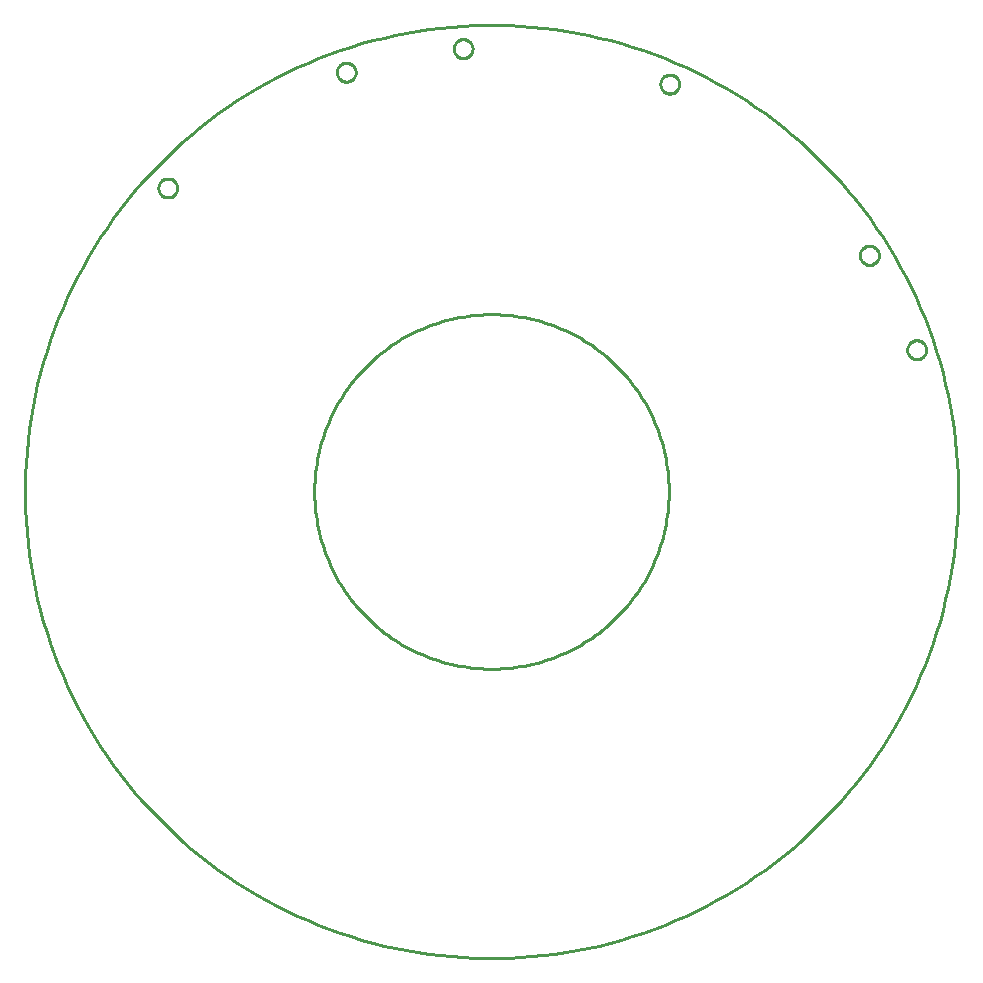
<source format=gbr>
G04 EAGLE Gerber X2 export*
%TF.Part,Single*%
%TF.FileFunction,Profile,NP*%
%TF.FilePolarity,Positive*%
%TF.GenerationSoftware,Autodesk,EAGLE,8.6.0*%
%TF.CreationDate,2018-04-19T18:27:55Z*%
G75*
%MOMM*%
%FSLAX34Y34*%
%LPD*%
%AMOC8*
5,1,8,0,0,1.08239X$1,22.5*%
G01*
%ADD10C,0.254000*%


D10*
X395000Y-4848D02*
X394762Y-14540D01*
X394286Y-24224D01*
X393573Y-33893D01*
X392623Y-43541D01*
X391436Y-53163D01*
X390013Y-62754D01*
X388356Y-72306D01*
X386464Y-81815D01*
X384340Y-91275D01*
X381984Y-100680D01*
X379399Y-110024D01*
X376584Y-119301D01*
X373543Y-128507D01*
X370277Y-137636D01*
X366788Y-146681D01*
X363077Y-155639D01*
X359148Y-164502D01*
X355003Y-173266D01*
X350644Y-181927D01*
X346074Y-190477D01*
X341295Y-198913D01*
X336311Y-207229D01*
X331124Y-215420D01*
X325737Y-223481D01*
X320155Y-231408D01*
X314379Y-239195D01*
X308414Y-246838D01*
X302264Y-254333D01*
X295931Y-261674D01*
X289420Y-268858D01*
X282735Y-275879D01*
X275879Y-282735D01*
X268858Y-289420D01*
X261674Y-295931D01*
X254333Y-302264D01*
X246838Y-308414D01*
X239195Y-314379D01*
X231408Y-320155D01*
X223481Y-325737D01*
X215420Y-331124D01*
X207229Y-336311D01*
X198913Y-341295D01*
X190477Y-346074D01*
X181927Y-350644D01*
X173266Y-355003D01*
X164502Y-359148D01*
X155639Y-363077D01*
X146681Y-366788D01*
X137636Y-370277D01*
X128507Y-373543D01*
X119301Y-376584D01*
X110024Y-379399D01*
X100680Y-381984D01*
X91275Y-384340D01*
X81815Y-386464D01*
X72306Y-388356D01*
X62754Y-390013D01*
X53163Y-391436D01*
X43541Y-392623D01*
X33893Y-393573D01*
X24224Y-394286D01*
X14540Y-394762D01*
X4848Y-395000D01*
X-4848Y-395000D01*
X-14540Y-394762D01*
X-24224Y-394286D01*
X-33893Y-393573D01*
X-43541Y-392623D01*
X-53163Y-391436D01*
X-62754Y-390013D01*
X-72306Y-388356D01*
X-81815Y-386464D01*
X-91275Y-384340D01*
X-100680Y-381984D01*
X-110024Y-379399D01*
X-119301Y-376584D01*
X-128507Y-373543D01*
X-137636Y-370277D01*
X-146681Y-366788D01*
X-155639Y-363077D01*
X-164502Y-359148D01*
X-173266Y-355003D01*
X-181927Y-350644D01*
X-190477Y-346074D01*
X-198913Y-341295D01*
X-207229Y-336311D01*
X-215420Y-331124D01*
X-223481Y-325737D01*
X-231408Y-320155D01*
X-239195Y-314379D01*
X-246838Y-308414D01*
X-254333Y-302264D01*
X-261674Y-295931D01*
X-268858Y-289420D01*
X-275879Y-282735D01*
X-282735Y-275879D01*
X-289420Y-268858D01*
X-295931Y-261674D01*
X-302264Y-254333D01*
X-308414Y-246838D01*
X-314379Y-239195D01*
X-320155Y-231408D01*
X-325737Y-223481D01*
X-331124Y-215420D01*
X-336311Y-207229D01*
X-341295Y-198913D01*
X-346074Y-190477D01*
X-350644Y-181927D01*
X-355003Y-173266D01*
X-359148Y-164502D01*
X-363077Y-155639D01*
X-366788Y-146681D01*
X-370277Y-137636D01*
X-373543Y-128507D01*
X-376584Y-119301D01*
X-379399Y-110024D01*
X-381984Y-100680D01*
X-384340Y-91275D01*
X-386464Y-81815D01*
X-388356Y-72306D01*
X-390013Y-62754D01*
X-391436Y-53163D01*
X-392623Y-43541D01*
X-393573Y-33893D01*
X-394286Y-24224D01*
X-394762Y-14540D01*
X-395000Y-4848D01*
X-395000Y4848D01*
X-394762Y14540D01*
X-394286Y24224D01*
X-393573Y33893D01*
X-392623Y43541D01*
X-391436Y53163D01*
X-390013Y62754D01*
X-388356Y72306D01*
X-386464Y81815D01*
X-384340Y91275D01*
X-381984Y100680D01*
X-379399Y110024D01*
X-376584Y119301D01*
X-373543Y128507D01*
X-370277Y137636D01*
X-366788Y146681D01*
X-363077Y155639D01*
X-359148Y164502D01*
X-355003Y173266D01*
X-350644Y181927D01*
X-346074Y190477D01*
X-341295Y198913D01*
X-336311Y207229D01*
X-331124Y215420D01*
X-325737Y223481D01*
X-320155Y231408D01*
X-314379Y239195D01*
X-308414Y246838D01*
X-302264Y254333D01*
X-295931Y261674D01*
X-289420Y268858D01*
X-282735Y275879D01*
X-275879Y282735D01*
X-268858Y289420D01*
X-261674Y295931D01*
X-254333Y302264D01*
X-246838Y308414D01*
X-239195Y314379D01*
X-231408Y320155D01*
X-223481Y325737D01*
X-215420Y331124D01*
X-207229Y336311D01*
X-198913Y341295D01*
X-190477Y346074D01*
X-181927Y350644D01*
X-173266Y355003D01*
X-164502Y359148D01*
X-155639Y363077D01*
X-146681Y366788D01*
X-137636Y370277D01*
X-128507Y373543D01*
X-119301Y376584D01*
X-110024Y379399D01*
X-100680Y381984D01*
X-91275Y384340D01*
X-81815Y386464D01*
X-72306Y388356D01*
X-62754Y390013D01*
X-53163Y391436D01*
X-43541Y392623D01*
X-33893Y393573D01*
X-24224Y394286D01*
X-14540Y394762D01*
X-4848Y395000D01*
X4848Y395000D01*
X14540Y394762D01*
X24224Y394286D01*
X33893Y393573D01*
X43541Y392623D01*
X53163Y391436D01*
X62754Y390013D01*
X72306Y388356D01*
X81815Y386464D01*
X91275Y384340D01*
X100680Y381984D01*
X110024Y379399D01*
X119301Y376584D01*
X128507Y373543D01*
X137636Y370277D01*
X146681Y366788D01*
X155639Y363077D01*
X164502Y359148D01*
X173266Y355003D01*
X181927Y350644D01*
X190477Y346074D01*
X198913Y341295D01*
X207229Y336311D01*
X215420Y331124D01*
X223481Y325737D01*
X231408Y320155D01*
X239195Y314379D01*
X246838Y308414D01*
X254333Y302264D01*
X261674Y295931D01*
X268858Y289420D01*
X275879Y282735D01*
X282735Y275879D01*
X289420Y268858D01*
X295931Y261674D01*
X302264Y254333D01*
X308414Y246838D01*
X314379Y239195D01*
X320155Y231408D01*
X325737Y223481D01*
X331124Y215420D01*
X336311Y207229D01*
X341295Y198913D01*
X346074Y190477D01*
X350644Y181927D01*
X355003Y173266D01*
X359148Y164502D01*
X363077Y155639D01*
X366788Y146681D01*
X370277Y137636D01*
X373543Y128507D01*
X376584Y119301D01*
X379399Y110024D01*
X381984Y100680D01*
X384340Y91275D01*
X386464Y81815D01*
X388356Y72306D01*
X390013Y62754D01*
X391436Y53163D01*
X392623Y43541D01*
X393573Y33893D01*
X394286Y24224D01*
X394762Y14540D01*
X395000Y4848D01*
X395000Y-4848D01*
X150000Y-1841D02*
X149910Y-5522D01*
X149729Y-9199D01*
X149458Y-12871D01*
X149097Y-16535D01*
X148647Y-20189D01*
X148106Y-23831D01*
X147477Y-27458D01*
X146759Y-31069D01*
X145952Y-34661D01*
X145057Y-38233D01*
X144075Y-41781D01*
X143007Y-45304D01*
X141852Y-48800D01*
X140611Y-52267D01*
X139286Y-55702D01*
X137877Y-59103D01*
X136385Y-62469D01*
X134811Y-65797D01*
X133156Y-69086D01*
X131420Y-72333D01*
X129606Y-75536D01*
X127713Y-78694D01*
X125743Y-81805D01*
X123698Y-84866D01*
X121578Y-87876D01*
X119385Y-90834D01*
X117119Y-93736D01*
X114784Y-96582D01*
X112379Y-99370D01*
X109906Y-102098D01*
X107368Y-104764D01*
X104764Y-107368D01*
X102098Y-109906D01*
X99370Y-112379D01*
X96582Y-114784D01*
X93736Y-117119D01*
X90834Y-119385D01*
X87876Y-121578D01*
X84866Y-123698D01*
X81805Y-125743D01*
X78694Y-127713D01*
X75536Y-129606D01*
X72333Y-131420D01*
X69086Y-133156D01*
X65797Y-134811D01*
X62469Y-136385D01*
X59103Y-137877D01*
X55702Y-139286D01*
X52267Y-140611D01*
X48800Y-141852D01*
X45304Y-143007D01*
X41781Y-144075D01*
X38233Y-145057D01*
X34661Y-145952D01*
X31069Y-146759D01*
X27458Y-147477D01*
X23831Y-148106D01*
X20189Y-148647D01*
X16535Y-149097D01*
X12871Y-149458D01*
X9199Y-149729D01*
X5522Y-149910D01*
X1841Y-150000D01*
X-1841Y-150000D01*
X-5522Y-149910D01*
X-9199Y-149729D01*
X-12871Y-149458D01*
X-16535Y-149097D01*
X-20189Y-148647D01*
X-23831Y-148106D01*
X-27458Y-147477D01*
X-31069Y-146759D01*
X-34661Y-145952D01*
X-38233Y-145057D01*
X-41781Y-144075D01*
X-45304Y-143007D01*
X-48800Y-141852D01*
X-52267Y-140611D01*
X-55702Y-139286D01*
X-59103Y-137877D01*
X-62469Y-136385D01*
X-65797Y-134811D01*
X-69086Y-133156D01*
X-72333Y-131420D01*
X-75536Y-129606D01*
X-78694Y-127713D01*
X-81805Y-125743D01*
X-84866Y-123698D01*
X-87876Y-121578D01*
X-90834Y-119385D01*
X-93736Y-117119D01*
X-96582Y-114784D01*
X-99370Y-112379D01*
X-102098Y-109906D01*
X-104764Y-107368D01*
X-107368Y-104764D01*
X-109906Y-102098D01*
X-112379Y-99370D01*
X-114784Y-96582D01*
X-117119Y-93736D01*
X-119385Y-90834D01*
X-121578Y-87876D01*
X-123698Y-84866D01*
X-125743Y-81805D01*
X-127713Y-78694D01*
X-129606Y-75536D01*
X-131420Y-72333D01*
X-133156Y-69086D01*
X-134811Y-65797D01*
X-136385Y-62469D01*
X-137877Y-59103D01*
X-139286Y-55702D01*
X-140611Y-52267D01*
X-141852Y-48800D01*
X-143007Y-45304D01*
X-144075Y-41781D01*
X-145057Y-38233D01*
X-145952Y-34661D01*
X-146759Y-31069D01*
X-147477Y-27458D01*
X-148106Y-23831D01*
X-148647Y-20189D01*
X-149097Y-16535D01*
X-149458Y-12871D01*
X-149729Y-9199D01*
X-149910Y-5522D01*
X-150000Y-1841D01*
X-150000Y1841D01*
X-149910Y5522D01*
X-149729Y9199D01*
X-149458Y12871D01*
X-149097Y16535D01*
X-148647Y20189D01*
X-148106Y23831D01*
X-147477Y27458D01*
X-146759Y31069D01*
X-145952Y34661D01*
X-145057Y38233D01*
X-144075Y41781D01*
X-143007Y45304D01*
X-141852Y48800D01*
X-140611Y52267D01*
X-139286Y55702D01*
X-137877Y59103D01*
X-136385Y62469D01*
X-134811Y65797D01*
X-133156Y69086D01*
X-131420Y72333D01*
X-129606Y75536D01*
X-127713Y78694D01*
X-125743Y81805D01*
X-123698Y84866D01*
X-121578Y87876D01*
X-119385Y90834D01*
X-117119Y93736D01*
X-114784Y96582D01*
X-112379Y99370D01*
X-109906Y102098D01*
X-107368Y104764D01*
X-104764Y107368D01*
X-102098Y109906D01*
X-99370Y112379D01*
X-96582Y114784D01*
X-93736Y117119D01*
X-90834Y119385D01*
X-87876Y121578D01*
X-84866Y123698D01*
X-81805Y125743D01*
X-78694Y127713D01*
X-75536Y129606D01*
X-72333Y131420D01*
X-69086Y133156D01*
X-65797Y134811D01*
X-62469Y136385D01*
X-59103Y137877D01*
X-55702Y139286D01*
X-52267Y140611D01*
X-48800Y141852D01*
X-45304Y143007D01*
X-41781Y144075D01*
X-38233Y145057D01*
X-34661Y145952D01*
X-31069Y146759D01*
X-27458Y147477D01*
X-23831Y148106D01*
X-20189Y148647D01*
X-16535Y149097D01*
X-12871Y149458D01*
X-9199Y149729D01*
X-5522Y149910D01*
X-1841Y150000D01*
X1841Y150000D01*
X5522Y149910D01*
X9199Y149729D01*
X12871Y149458D01*
X16535Y149097D01*
X20189Y148647D01*
X23831Y148106D01*
X27458Y147477D01*
X31069Y146759D01*
X34661Y145952D01*
X38233Y145057D01*
X41781Y144075D01*
X45304Y143007D01*
X48800Y141852D01*
X52267Y140611D01*
X55702Y139286D01*
X59103Y137877D01*
X62469Y136385D01*
X65797Y134811D01*
X69086Y133156D01*
X72333Y131420D01*
X75536Y129606D01*
X78694Y127713D01*
X81805Y125743D01*
X84866Y123698D01*
X87876Y121578D01*
X90834Y119385D01*
X93736Y117119D01*
X96582Y114784D01*
X99370Y112379D01*
X102098Y109906D01*
X104764Y107368D01*
X107368Y104764D01*
X109906Y102098D01*
X112379Y99370D01*
X114784Y96582D01*
X117119Y93736D01*
X119385Y90834D01*
X121578Y87876D01*
X123698Y84866D01*
X125743Y81805D01*
X127713Y78694D01*
X129606Y75536D01*
X131420Y72333D01*
X133156Y69086D01*
X134811Y65797D01*
X136385Y62469D01*
X137877Y59103D01*
X139286Y55702D01*
X140611Y52267D01*
X141852Y48800D01*
X143007Y45304D01*
X144075Y41781D01*
X145057Y38233D01*
X145952Y34661D01*
X146759Y31069D01*
X147477Y27458D01*
X148106Y23831D01*
X148647Y20189D01*
X149097Y16535D01*
X149458Y12871D01*
X149729Y9199D01*
X149910Y5522D01*
X150000Y1841D01*
X150000Y-1841D01*
X368000Y119607D02*
X367923Y118825D01*
X367770Y118054D01*
X367541Y117302D01*
X367241Y116575D01*
X366870Y115882D01*
X366433Y115229D01*
X365935Y114621D01*
X365379Y114065D01*
X364771Y113567D01*
X364118Y113130D01*
X363425Y112759D01*
X362698Y112459D01*
X361946Y112230D01*
X361175Y112077D01*
X360393Y112000D01*
X359607Y112000D01*
X358825Y112077D01*
X358054Y112230D01*
X357302Y112459D01*
X356575Y112759D01*
X355882Y113130D01*
X355229Y113567D01*
X354621Y114065D01*
X354065Y114621D01*
X353567Y115229D01*
X353130Y115882D01*
X352759Y116575D01*
X352459Y117302D01*
X352230Y118054D01*
X352077Y118825D01*
X352000Y119607D01*
X352000Y120393D01*
X352077Y121175D01*
X352230Y121946D01*
X352459Y122698D01*
X352759Y123425D01*
X353130Y124118D01*
X353567Y124771D01*
X354065Y125379D01*
X354621Y125935D01*
X355229Y126433D01*
X355882Y126870D01*
X356575Y127241D01*
X357302Y127541D01*
X358054Y127770D01*
X358825Y127923D01*
X359607Y128000D01*
X360393Y128000D01*
X361175Y127923D01*
X361946Y127770D01*
X362698Y127541D01*
X363425Y127241D01*
X364118Y126870D01*
X364771Y126433D01*
X365379Y125935D01*
X365935Y125379D01*
X366433Y124771D01*
X366870Y124118D01*
X367241Y123425D01*
X367541Y122698D01*
X367770Y121946D01*
X367923Y121175D01*
X368000Y120393D01*
X368000Y119607D01*
X328000Y199607D02*
X327923Y198825D01*
X327770Y198054D01*
X327541Y197302D01*
X327241Y196575D01*
X326870Y195882D01*
X326433Y195229D01*
X325935Y194621D01*
X325379Y194065D01*
X324771Y193567D01*
X324118Y193130D01*
X323425Y192759D01*
X322698Y192459D01*
X321946Y192230D01*
X321175Y192077D01*
X320393Y192000D01*
X319607Y192000D01*
X318825Y192077D01*
X318054Y192230D01*
X317302Y192459D01*
X316575Y192759D01*
X315882Y193130D01*
X315229Y193567D01*
X314621Y194065D01*
X314065Y194621D01*
X313567Y195229D01*
X313130Y195882D01*
X312759Y196575D01*
X312459Y197302D01*
X312230Y198054D01*
X312077Y198825D01*
X312000Y199607D01*
X312000Y200393D01*
X312077Y201175D01*
X312230Y201946D01*
X312459Y202698D01*
X312759Y203425D01*
X313130Y204118D01*
X313567Y204771D01*
X314065Y205379D01*
X314621Y205935D01*
X315229Y206433D01*
X315882Y206870D01*
X316575Y207241D01*
X317302Y207541D01*
X318054Y207770D01*
X318825Y207923D01*
X319607Y208000D01*
X320393Y208000D01*
X321175Y207923D01*
X321946Y207770D01*
X322698Y207541D01*
X323425Y207241D01*
X324118Y206870D01*
X324771Y206433D01*
X325379Y205935D01*
X325935Y205379D01*
X326433Y204771D01*
X326870Y204118D01*
X327241Y203425D01*
X327541Y202698D01*
X327770Y201946D01*
X327923Y201175D01*
X328000Y200393D01*
X328000Y199607D01*
X159000Y344607D02*
X158923Y343825D01*
X158770Y343054D01*
X158541Y342302D01*
X158241Y341575D01*
X157870Y340882D01*
X157433Y340229D01*
X156935Y339621D01*
X156379Y339065D01*
X155771Y338567D01*
X155118Y338130D01*
X154425Y337759D01*
X153698Y337459D01*
X152946Y337230D01*
X152175Y337077D01*
X151393Y337000D01*
X150607Y337000D01*
X149825Y337077D01*
X149054Y337230D01*
X148302Y337459D01*
X147575Y337759D01*
X146882Y338130D01*
X146229Y338567D01*
X145621Y339065D01*
X145065Y339621D01*
X144567Y340229D01*
X144130Y340882D01*
X143759Y341575D01*
X143459Y342302D01*
X143230Y343054D01*
X143077Y343825D01*
X143000Y344607D01*
X143000Y345393D01*
X143077Y346175D01*
X143230Y346946D01*
X143459Y347698D01*
X143759Y348425D01*
X144130Y349118D01*
X144567Y349771D01*
X145065Y350379D01*
X145621Y350935D01*
X146229Y351433D01*
X146882Y351870D01*
X147575Y352241D01*
X148302Y352541D01*
X149054Y352770D01*
X149825Y352923D01*
X150607Y353000D01*
X151393Y353000D01*
X152175Y352923D01*
X152946Y352770D01*
X153698Y352541D01*
X154425Y352241D01*
X155118Y351870D01*
X155771Y351433D01*
X156379Y350935D01*
X156935Y350379D01*
X157433Y349771D01*
X157870Y349118D01*
X158241Y348425D01*
X158541Y347698D01*
X158770Y346946D01*
X158923Y346175D01*
X159000Y345393D01*
X159000Y344607D01*
X-16000Y374607D02*
X-16077Y373825D01*
X-16230Y373054D01*
X-16459Y372302D01*
X-16759Y371575D01*
X-17130Y370882D01*
X-17567Y370229D01*
X-18065Y369621D01*
X-18621Y369065D01*
X-19229Y368567D01*
X-19882Y368130D01*
X-20575Y367759D01*
X-21302Y367459D01*
X-22054Y367230D01*
X-22825Y367077D01*
X-23607Y367000D01*
X-24393Y367000D01*
X-25175Y367077D01*
X-25946Y367230D01*
X-26698Y367459D01*
X-27425Y367759D01*
X-28118Y368130D01*
X-28771Y368567D01*
X-29379Y369065D01*
X-29935Y369621D01*
X-30433Y370229D01*
X-30870Y370882D01*
X-31241Y371575D01*
X-31541Y372302D01*
X-31770Y373054D01*
X-31923Y373825D01*
X-32000Y374607D01*
X-32000Y375393D01*
X-31923Y376175D01*
X-31770Y376946D01*
X-31541Y377698D01*
X-31241Y378425D01*
X-30870Y379118D01*
X-30433Y379771D01*
X-29935Y380379D01*
X-29379Y380935D01*
X-28771Y381433D01*
X-28118Y381870D01*
X-27425Y382241D01*
X-26698Y382541D01*
X-25946Y382770D01*
X-25175Y382923D01*
X-24393Y383000D01*
X-23607Y383000D01*
X-22825Y382923D01*
X-22054Y382770D01*
X-21302Y382541D01*
X-20575Y382241D01*
X-19882Y381870D01*
X-19229Y381433D01*
X-18621Y380935D01*
X-18065Y380379D01*
X-17567Y379771D01*
X-17130Y379118D01*
X-16759Y378425D01*
X-16459Y377698D01*
X-16230Y376946D01*
X-16077Y376175D01*
X-16000Y375393D01*
X-16000Y374607D01*
X-266000Y256607D02*
X-266077Y255825D01*
X-266230Y255054D01*
X-266459Y254302D01*
X-266759Y253575D01*
X-267130Y252882D01*
X-267567Y252229D01*
X-268065Y251621D01*
X-268621Y251065D01*
X-269229Y250567D01*
X-269882Y250130D01*
X-270575Y249759D01*
X-271302Y249459D01*
X-272054Y249230D01*
X-272825Y249077D01*
X-273607Y249000D01*
X-274393Y249000D01*
X-275175Y249077D01*
X-275946Y249230D01*
X-276698Y249459D01*
X-277425Y249759D01*
X-278118Y250130D01*
X-278771Y250567D01*
X-279379Y251065D01*
X-279935Y251621D01*
X-280433Y252229D01*
X-280870Y252882D01*
X-281241Y253575D01*
X-281541Y254302D01*
X-281770Y255054D01*
X-281923Y255825D01*
X-282000Y256607D01*
X-282000Y257393D01*
X-281923Y258175D01*
X-281770Y258946D01*
X-281541Y259698D01*
X-281241Y260425D01*
X-280870Y261118D01*
X-280433Y261771D01*
X-279935Y262379D01*
X-279379Y262935D01*
X-278771Y263433D01*
X-278118Y263870D01*
X-277425Y264241D01*
X-276698Y264541D01*
X-275946Y264770D01*
X-275175Y264923D01*
X-274393Y265000D01*
X-273607Y265000D01*
X-272825Y264923D01*
X-272054Y264770D01*
X-271302Y264541D01*
X-270575Y264241D01*
X-269882Y263870D01*
X-269229Y263433D01*
X-268621Y262935D01*
X-268065Y262379D01*
X-267567Y261771D01*
X-267130Y261118D01*
X-266759Y260425D01*
X-266459Y259698D01*
X-266230Y258946D01*
X-266077Y258175D01*
X-266000Y257393D01*
X-266000Y256607D01*
X-115000Y354607D02*
X-115077Y353825D01*
X-115230Y353054D01*
X-115459Y352302D01*
X-115759Y351575D01*
X-116130Y350882D01*
X-116567Y350229D01*
X-117065Y349621D01*
X-117621Y349065D01*
X-118229Y348567D01*
X-118882Y348130D01*
X-119575Y347759D01*
X-120302Y347459D01*
X-121054Y347230D01*
X-121825Y347077D01*
X-122607Y347000D01*
X-123393Y347000D01*
X-124175Y347077D01*
X-124946Y347230D01*
X-125698Y347459D01*
X-126425Y347759D01*
X-127118Y348130D01*
X-127771Y348567D01*
X-128379Y349065D01*
X-128935Y349621D01*
X-129433Y350229D01*
X-129870Y350882D01*
X-130241Y351575D01*
X-130541Y352302D01*
X-130770Y353054D01*
X-130923Y353825D01*
X-131000Y354607D01*
X-131000Y355393D01*
X-130923Y356175D01*
X-130770Y356946D01*
X-130541Y357698D01*
X-130241Y358425D01*
X-129870Y359118D01*
X-129433Y359771D01*
X-128935Y360379D01*
X-128379Y360935D01*
X-127771Y361433D01*
X-127118Y361870D01*
X-126425Y362241D01*
X-125698Y362541D01*
X-124946Y362770D01*
X-124175Y362923D01*
X-123393Y363000D01*
X-122607Y363000D01*
X-121825Y362923D01*
X-121054Y362770D01*
X-120302Y362541D01*
X-119575Y362241D01*
X-118882Y361870D01*
X-118229Y361433D01*
X-117621Y360935D01*
X-117065Y360379D01*
X-116567Y359771D01*
X-116130Y359118D01*
X-115759Y358425D01*
X-115459Y357698D01*
X-115230Y356946D01*
X-115077Y356175D01*
X-115000Y355393D01*
X-115000Y354607D01*
X368000Y119607D02*
X367923Y118825D01*
X367770Y118054D01*
X367541Y117302D01*
X367241Y116575D01*
X366870Y115882D01*
X366433Y115229D01*
X365935Y114621D01*
X365379Y114065D01*
X364771Y113567D01*
X364118Y113130D01*
X363425Y112759D01*
X362698Y112459D01*
X361946Y112230D01*
X361175Y112077D01*
X360393Y112000D01*
X359607Y112000D01*
X358825Y112077D01*
X358054Y112230D01*
X357302Y112459D01*
X356575Y112759D01*
X355882Y113130D01*
X355229Y113567D01*
X354621Y114065D01*
X354065Y114621D01*
X353567Y115229D01*
X353130Y115882D01*
X352759Y116575D01*
X352459Y117302D01*
X352230Y118054D01*
X352077Y118825D01*
X352000Y119607D01*
X352000Y120393D01*
X352077Y121175D01*
X352230Y121946D01*
X352459Y122698D01*
X352759Y123425D01*
X353130Y124118D01*
X353567Y124771D01*
X354065Y125379D01*
X354621Y125935D01*
X355229Y126433D01*
X355882Y126870D01*
X356575Y127241D01*
X357302Y127541D01*
X358054Y127770D01*
X358825Y127923D01*
X359607Y128000D01*
X360393Y128000D01*
X361175Y127923D01*
X361946Y127770D01*
X362698Y127541D01*
X363425Y127241D01*
X364118Y126870D01*
X364771Y126433D01*
X365379Y125935D01*
X365935Y125379D01*
X366433Y124771D01*
X366870Y124118D01*
X367241Y123425D01*
X367541Y122698D01*
X367770Y121946D01*
X367923Y121175D01*
X368000Y120393D01*
X368000Y119607D01*
X328000Y199607D02*
X327923Y198825D01*
X327770Y198054D01*
X327541Y197302D01*
X327241Y196575D01*
X326870Y195882D01*
X326433Y195229D01*
X325935Y194621D01*
X325379Y194065D01*
X324771Y193567D01*
X324118Y193130D01*
X323425Y192759D01*
X322698Y192459D01*
X321946Y192230D01*
X321175Y192077D01*
X320393Y192000D01*
X319607Y192000D01*
X318825Y192077D01*
X318054Y192230D01*
X317302Y192459D01*
X316575Y192759D01*
X315882Y193130D01*
X315229Y193567D01*
X314621Y194065D01*
X314065Y194621D01*
X313567Y195229D01*
X313130Y195882D01*
X312759Y196575D01*
X312459Y197302D01*
X312230Y198054D01*
X312077Y198825D01*
X312000Y199607D01*
X312000Y200393D01*
X312077Y201175D01*
X312230Y201946D01*
X312459Y202698D01*
X312759Y203425D01*
X313130Y204118D01*
X313567Y204771D01*
X314065Y205379D01*
X314621Y205935D01*
X315229Y206433D01*
X315882Y206870D01*
X316575Y207241D01*
X317302Y207541D01*
X318054Y207770D01*
X318825Y207923D01*
X319607Y208000D01*
X320393Y208000D01*
X321175Y207923D01*
X321946Y207770D01*
X322698Y207541D01*
X323425Y207241D01*
X324118Y206870D01*
X324771Y206433D01*
X325379Y205935D01*
X325935Y205379D01*
X326433Y204771D01*
X326870Y204118D01*
X327241Y203425D01*
X327541Y202698D01*
X327770Y201946D01*
X327923Y201175D01*
X328000Y200393D01*
X328000Y199607D01*
X159000Y344607D02*
X158923Y343825D01*
X158770Y343054D01*
X158541Y342302D01*
X158241Y341575D01*
X157870Y340882D01*
X157433Y340229D01*
X156935Y339621D01*
X156379Y339065D01*
X155771Y338567D01*
X155118Y338130D01*
X154425Y337759D01*
X153698Y337459D01*
X152946Y337230D01*
X152175Y337077D01*
X151393Y337000D01*
X150607Y337000D01*
X149825Y337077D01*
X149054Y337230D01*
X148302Y337459D01*
X147575Y337759D01*
X146882Y338130D01*
X146229Y338567D01*
X145621Y339065D01*
X145065Y339621D01*
X144567Y340229D01*
X144130Y340882D01*
X143759Y341575D01*
X143459Y342302D01*
X143230Y343054D01*
X143077Y343825D01*
X143000Y344607D01*
X143000Y345393D01*
X143077Y346175D01*
X143230Y346946D01*
X143459Y347698D01*
X143759Y348425D01*
X144130Y349118D01*
X144567Y349771D01*
X145065Y350379D01*
X145621Y350935D01*
X146229Y351433D01*
X146882Y351870D01*
X147575Y352241D01*
X148302Y352541D01*
X149054Y352770D01*
X149825Y352923D01*
X150607Y353000D01*
X151393Y353000D01*
X152175Y352923D01*
X152946Y352770D01*
X153698Y352541D01*
X154425Y352241D01*
X155118Y351870D01*
X155771Y351433D01*
X156379Y350935D01*
X156935Y350379D01*
X157433Y349771D01*
X157870Y349118D01*
X158241Y348425D01*
X158541Y347698D01*
X158770Y346946D01*
X158923Y346175D01*
X159000Y345393D01*
X159000Y344607D01*
X-16000Y374607D02*
X-16077Y373825D01*
X-16230Y373054D01*
X-16459Y372302D01*
X-16759Y371575D01*
X-17130Y370882D01*
X-17567Y370229D01*
X-18065Y369621D01*
X-18621Y369065D01*
X-19229Y368567D01*
X-19882Y368130D01*
X-20575Y367759D01*
X-21302Y367459D01*
X-22054Y367230D01*
X-22825Y367077D01*
X-23607Y367000D01*
X-24393Y367000D01*
X-25175Y367077D01*
X-25946Y367230D01*
X-26698Y367459D01*
X-27425Y367759D01*
X-28118Y368130D01*
X-28771Y368567D01*
X-29379Y369065D01*
X-29935Y369621D01*
X-30433Y370229D01*
X-30870Y370882D01*
X-31241Y371575D01*
X-31541Y372302D01*
X-31770Y373054D01*
X-31923Y373825D01*
X-32000Y374607D01*
X-32000Y375393D01*
X-31923Y376175D01*
X-31770Y376946D01*
X-31541Y377698D01*
X-31241Y378425D01*
X-30870Y379118D01*
X-30433Y379771D01*
X-29935Y380379D01*
X-29379Y380935D01*
X-28771Y381433D01*
X-28118Y381870D01*
X-27425Y382241D01*
X-26698Y382541D01*
X-25946Y382770D01*
X-25175Y382923D01*
X-24393Y383000D01*
X-23607Y383000D01*
X-22825Y382923D01*
X-22054Y382770D01*
X-21302Y382541D01*
X-20575Y382241D01*
X-19882Y381870D01*
X-19229Y381433D01*
X-18621Y380935D01*
X-18065Y380379D01*
X-17567Y379771D01*
X-17130Y379118D01*
X-16759Y378425D01*
X-16459Y377698D01*
X-16230Y376946D01*
X-16077Y376175D01*
X-16000Y375393D01*
X-16000Y374607D01*
X-266000Y256607D02*
X-266077Y255825D01*
X-266230Y255054D01*
X-266459Y254302D01*
X-266759Y253575D01*
X-267130Y252882D01*
X-267567Y252229D01*
X-268065Y251621D01*
X-268621Y251065D01*
X-269229Y250567D01*
X-269882Y250130D01*
X-270575Y249759D01*
X-271302Y249459D01*
X-272054Y249230D01*
X-272825Y249077D01*
X-273607Y249000D01*
X-274393Y249000D01*
X-275175Y249077D01*
X-275946Y249230D01*
X-276698Y249459D01*
X-277425Y249759D01*
X-278118Y250130D01*
X-278771Y250567D01*
X-279379Y251065D01*
X-279935Y251621D01*
X-280433Y252229D01*
X-280870Y252882D01*
X-281241Y253575D01*
X-281541Y254302D01*
X-281770Y255054D01*
X-281923Y255825D01*
X-282000Y256607D01*
X-282000Y257393D01*
X-281923Y258175D01*
X-281770Y258946D01*
X-281541Y259698D01*
X-281241Y260425D01*
X-280870Y261118D01*
X-280433Y261771D01*
X-279935Y262379D01*
X-279379Y262935D01*
X-278771Y263433D01*
X-278118Y263870D01*
X-277425Y264241D01*
X-276698Y264541D01*
X-275946Y264770D01*
X-275175Y264923D01*
X-274393Y265000D01*
X-273607Y265000D01*
X-272825Y264923D01*
X-272054Y264770D01*
X-271302Y264541D01*
X-270575Y264241D01*
X-269882Y263870D01*
X-269229Y263433D01*
X-268621Y262935D01*
X-268065Y262379D01*
X-267567Y261771D01*
X-267130Y261118D01*
X-266759Y260425D01*
X-266459Y259698D01*
X-266230Y258946D01*
X-266077Y258175D01*
X-266000Y257393D01*
X-266000Y256607D01*
X-115000Y354607D02*
X-115077Y353825D01*
X-115230Y353054D01*
X-115459Y352302D01*
X-115759Y351575D01*
X-116130Y350882D01*
X-116567Y350229D01*
X-117065Y349621D01*
X-117621Y349065D01*
X-118229Y348567D01*
X-118882Y348130D01*
X-119575Y347759D01*
X-120302Y347459D01*
X-121054Y347230D01*
X-121825Y347077D01*
X-122607Y347000D01*
X-123393Y347000D01*
X-124175Y347077D01*
X-124946Y347230D01*
X-125698Y347459D01*
X-126425Y347759D01*
X-127118Y348130D01*
X-127771Y348567D01*
X-128379Y349065D01*
X-128935Y349621D01*
X-129433Y350229D01*
X-129870Y350882D01*
X-130241Y351575D01*
X-130541Y352302D01*
X-130770Y353054D01*
X-130923Y353825D01*
X-131000Y354607D01*
X-131000Y355393D01*
X-130923Y356175D01*
X-130770Y356946D01*
X-130541Y357698D01*
X-130241Y358425D01*
X-129870Y359118D01*
X-129433Y359771D01*
X-128935Y360379D01*
X-128379Y360935D01*
X-127771Y361433D01*
X-127118Y361870D01*
X-126425Y362241D01*
X-125698Y362541D01*
X-124946Y362770D01*
X-124175Y362923D01*
X-123393Y363000D01*
X-122607Y363000D01*
X-121825Y362923D01*
X-121054Y362770D01*
X-120302Y362541D01*
X-119575Y362241D01*
X-118882Y361870D01*
X-118229Y361433D01*
X-117621Y360935D01*
X-117065Y360379D01*
X-116567Y359771D01*
X-116130Y359118D01*
X-115759Y358425D01*
X-115459Y357698D01*
X-115230Y356946D01*
X-115077Y356175D01*
X-115000Y355393D01*
X-115000Y354607D01*
M02*

</source>
